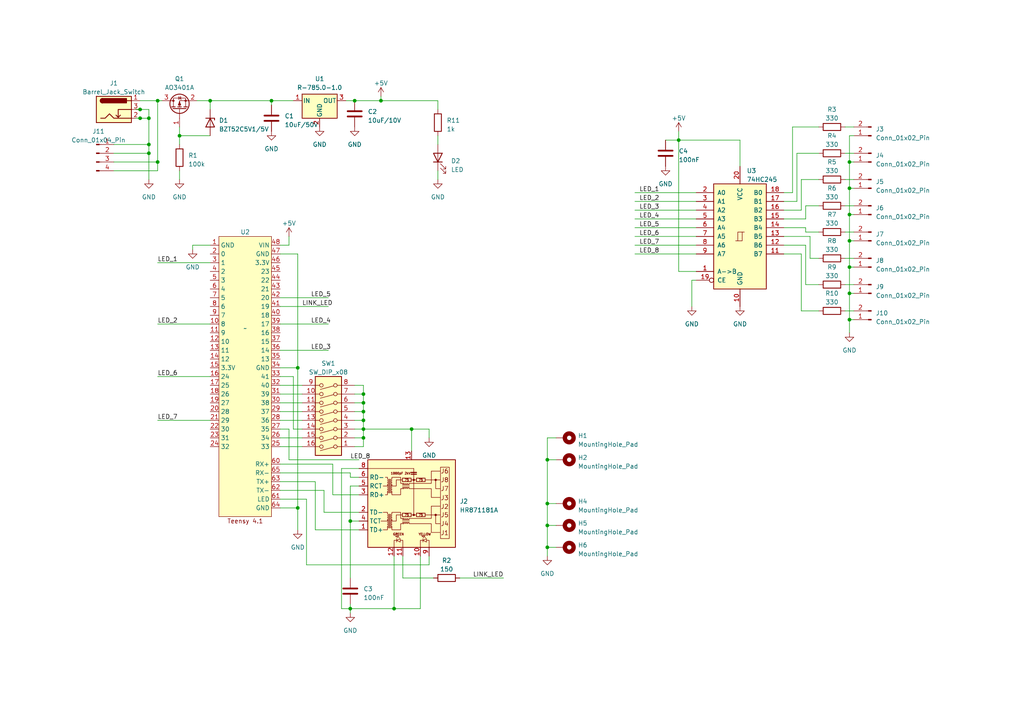
<source format=kicad_sch>
(kicad_sch (version 20230121) (generator eeschema)
  (paper "A4")
  (title_block (title "Artnet pixel led controller with Teensy4.1") (date "2023-04-05") (rev "0.0.1") (company "Ponoor Experiments inc."))
  (lib_symbols
    (symbol "74xx:74HC245" (pin_names (offset 1.016))
      (property "Reference" "U" (at -7.62 16.51 0))
      (property "Value" "74HC245" (at -7.62 -16.51 0))
      (symbol "74HC245_1_0"
        (pin input line (at -12.7 -10.16 0) (length 5.08) (name "A->B") (number "1"))
        (pin power_in line (at 0 -20.32 90) (length 5.08) (name "GND") (number "10"))
        (pin tri_state line (at 12.7 -5.08 180) (length 5.08) (name "B7") (number "11"))
        (pin tri_state line (at 12.7 -2.54 180) (length 5.08) (name "B6") (number "12"))
        (pin tri_state line (at 12.7 0 180) (length 5.08) (name "B5") (number "13"))
        (pin tri_state line (at 12.7 2.54 180) (length 5.08) (name "B4") (number "14"))
        (pin tri_state line (at 12.7 5.08 180) (length 5.08) (name "B3") (number "15"))
        (pin tri_state line (at 12.7 7.62 180) (length 5.08) (name "B2") (number "16"))
        (pin tri_state line (at 12.7 10.16 180) (length 5.08) (name "B1") (number "17"))
        (pin tri_state line (at 12.7 12.7 180) (length 5.08) (name "B0") (number "18"))
        (pin input inverted (at -12.7 -12.7 0) (length 5.08) (name "CE") (number "19"))
        (pin tri_state line (at -12.7 12.7 0) (length 5.08) (name "A0") (number "2"))
        (pin power_in line (at 0 20.32 270) (length 5.08) (name "VCC") (number "20"))
        (pin tri_state line (at -12.7 10.16 0) (length 5.08) (name "A1") (number "3"))
        (pin tri_state line (at -12.7 7.62 0) (length 5.08) (name "A2") (number "4"))
        (pin tri_state line (at -12.7 5.08 0) (length 5.08) (name "A3") (number "5"))
        (pin tri_state line (at -12.7 2.54 0) (length 5.08) (name "A4") (number "6"))
        (pin tri_state line (at -12.7 0 0) (length 5.08) (name "A5") (number "7"))
        (pin tri_state line (at -12.7 -2.54 0) (length 5.08) (name "A6") (number "8"))
        (pin tri_state line (at -12.7 -5.08 0) (length 5.08) (name "A7") (number "9"))
      )
    )
    (symbol "Connector:Barrel_Jack_Switch" (pin_names hide)
      (property "Reference" "J" (at 0 5.334 0))
      (property "Value" "Barrel_Jack_Switch" (at 0 -5.08 0))
      (symbol "Barrel_Jack_Switch_1_1"
        (pin passive line (at 7.62 2.54 180) (length 2.54) (name "~") (number "1"))
        (pin passive line (at 7.62 -2.54 180) (length 2.54) (name "~") (number "2"))
        (pin passive line (at 7.62 0 180) (length 2.54) (name "~") (number "3"))
      )
    )
    (symbol "Connector:Conn_01x02_Pin" (pin_names (offset 1.016) hide)
      (property "Reference" "J" (at 0 2.54 0))
      (property "Value" "Conn_01x02_Pin" (at 0 -5.08 0))
      (symbol "Conn_01x02_Pin_1_1"
        (pin passive line (at 5.08 0 180) (length 3.81) (name "Pin_1") (number "1"))
        (pin passive line (at 5.08 -2.54 180) (length 3.81) (name "Pin_2") (number "2"))
      )
    )
    (symbol "Connector:Conn_01x04_Pin" (pin_names (offset 1.016) hide)
      (property "Reference" "J" (at 0 5.08 0))
      (property "Value" "Conn_01x04_Pin" (at 0 -7.62 0))
      (symbol "Conn_01x04_Pin_1_1"
        (pin passive line (at 5.08 2.54 180) (length 3.81) (name "Pin_1") (number "1"))
        (pin passive line (at 5.08 0 180) (length 3.81) (name "Pin_2") (number "2"))
        (pin passive line (at 5.08 -2.54 180) (length 3.81) (name "Pin_3") (number "3"))
        (pin passive line (at 5.08 -5.08 180) (length 3.81) (name "Pin_4") (number "4"))
      )
    )
    (symbol "Device:C" (pin_numbers hide) (pin_names (offset 0.254))
      (property "Reference" "C" (at 0.635 2.54 0))
      (property "Value" "C" (at 0.635 -2.54 0))
      (symbol "C_1_1"
        (pin passive line (at 0 3.81 270) (length 2.794) (name "~") (number "1"))
        (pin passive line (at 0 -3.81 90) (length 2.794) (name "~") (number "2"))
      )
    )
    (symbol "Device:LED" (pin_numbers hide) (pin_names (offset 1.016) hide)
      (property "Reference" "D" (at 0 2.54 0))
      (property "Value" "LED" (at 0 -2.54 0))
      (symbol "LED_1_1"
        (pin passive line (at -3.81 0 0) (length 2.54) (name "K") (number "1"))
        (pin passive line (at 3.81 0 180) (length 2.54) (name "A") (number "2"))
      )
    )
    (symbol "Device:R" (pin_numbers hide) (pin_names (offset 0))
      (property "Reference" "R" (at 2.032 0 90))
      (property "Value" "R" (at 0 0 90))
      (symbol "R_1_1"
        (pin passive line (at 0 3.81 270) (length 1.27) (name "~") (number "1"))
        (pin passive line (at 0 -3.81 90) (length 1.27) (name "~") (number "2"))
      )
    )
    (symbol "Diode:BZT52Bxx" (pin_numbers hide) (pin_names hide)
      (property "Reference" "D" (at 0 2.54 0))
      (property "Value" "BZT52Bxx" (at 0 -2.54 0))
      (symbol "BZT52Bxx_1_1"
        (pin passive line (at -3.81 0 0) (length 2.54) (name "K") (number "1"))
        (pin passive line (at 3.81 0 180) (length 2.54) (name "A") (number "2"))
      )
    )
    (symbol "Local_Library:RJ45_HR871181A"
      (property "Reference" "J" (at 6.35 -13.97 0))
      (property "Value" "HR871181A" (at 0 0 0))
      (symbol "RJ45_HR871181A_0_0"
        (text "1000pF 2kV" (at 3.175 -8.763 0) (effects (font (size 0.635 0.635))))
        (text "75" (at -2.667 -6.858 0) (effects (font (size 0.635 0.635))))
        (text "75" (at -2.667 3.302 0) (effects (font (size 0.635 0.635))))
        (text "75" (at 1.397 -6.858 0) (effects (font (size 0.635 0.635))))
        (text "75" (at 1.397 3.302 0) (effects (font (size 0.635 0.635))))
        (text "GREEN" (at 3.81 8.89 0) (effects (font (size 0.635 0.635))))
        (text "J1" (at -10.795 8.509 0) (effects (font (size 1.27 1.27)) (justify left)))
        (text "J2" (at -10.795 0.889 0) (effects (font (size 1.27 1.27)) (justify left)))
        (text "J3" (at -10.795 -1.651 0) (effects (font (size 1.27 1.27)) (justify left)))
        (text "J4" (at -10.795 5.842 0) (effects (font (size 1.27 1.27)) (justify left)))
        (text "J5" (at -10.795 3.302 0) (effects (font (size 1.27 1.27)) (justify left)))
        (text "J6" (at -10.795 -9.398 0) (effects (font (size 1.27 1.27)) (justify left)))
        (text "J7" (at -10.795 -4.318 0) (effects (font (size 1.27 1.27)) (justify left)))
        (text "J8" (at -10.795 -6.858 0) (effects (font (size 1.27 1.27)) (justify left)))
        (text "YELLOW" (at -3.81 8.89 0) (effects (font (size 0.635 0.635))))
      )
      (symbol "RJ45_HR871181A_1_1"
        (pin passive line (at 15.24 7.62 180) (length 2.54) (name "TD+") (number "1"))
        (pin passive line (at -2.54 15.24 270) (length 2.54) (name "~") (number "10"))
        (pin passive line (at 2.54 15.24 270) (length 2.54) (name "~") (number "11"))
        (pin passive line (at 5.08 15.24 270) (length 2.54) (name "~") (number "12"))
        (pin passive line (at 0 -15.24 90) (length 2.54) (name "~") (number "13"))
        (pin passive line (at 15.24 2.54 180) (length 2.54) (name "TD-") (number "2"))
        (pin passive line (at 15.24 -2.54 180) (length 2.54) (name "RD+") (number "3"))
        (pin passive line (at 15.24 5.08 180) (length 2.54) (name "TCT") (number "4"))
        (pin passive line (at 15.24 -5.08 180) (length 2.54) (name "RCT") (number "5"))
        (pin passive line (at 15.24 -7.62 180) (length 2.54) (name "RD-") (number "6"))
        (pin passive line (at 15.24 -10.16 180) (length 2.54) (name "~") (number "8"))
        (pin passive line (at -5.08 15.24 270) (length 2.54) (name "~") (number "9"))
      )
    )
    (symbol "Local_Library:Teensy4.1_bothside+ETH"
      (property "Reference" "U" (at 0 39.37 0))
      (symbol "Teensy4.1_bothside+ETH_0_1"
        (text "Teensy 4.1" (at 0 -44.45 0) (effects (font (size 1.27 1.27))))
      )
      (symbol "Teensy4.1_bothside+ETH_1_1"
        (pin power_in line (at -10.16 35.56 0) (length 2.54) (name "GND") (number "1"))
        (pin bidirectional line (at -10.16 12.7 0) (length 2.54) (name "8") (number "10"))
        (pin bidirectional line (at -10.16 10.16 0) (length 2.54) (name "9") (number "11"))
        (pin bidirectional line (at -10.16 7.62 0) (length 2.54) (name "10") (number "12"))
        (pin bidirectional line (at -10.16 5.08 0) (length 2.54) (name "11") (number "13"))
        (pin bidirectional line (at -10.16 2.54 0) (length 2.54) (name "12") (number "14"))
        (pin power_in line (at -10.16 0 0) (length 2.54) (name "3.3V") (number "15"))
        (pin bidirectional line (at -10.16 -2.54 0) (length 2.54) (name "24") (number "16"))
        (pin bidirectional line (at -10.16 -5.08 0) (length 2.54) (name "25") (number "17"))
        (pin bidirectional line (at -10.16 -7.62 0) (length 2.54) (name "26") (number "18"))
        (pin bidirectional line (at -10.16 -10.16 0) (length 2.54) (name "27") (number "19"))
        (pin bidirectional line (at -10.16 33.02 0) (length 2.54) (name "0") (number "2"))
        (pin bidirectional line (at -10.16 -12.7 0) (length 2.54) (name "28") (number "20"))
        (pin bidirectional line (at -10.16 -15.24 0) (length 2.54) (name "29") (number "21"))
        (pin bidirectional line (at -10.16 -17.78 0) (length 2.54) (name "30") (number "22"))
        (pin bidirectional line (at -10.16 -20.32 0) (length 2.54) (name "31") (number "23"))
        (pin bidirectional line (at -10.16 -22.86 0) (length 2.54) (name "32") (number "24"))
        (pin bidirectional line (at 10.16 -22.86 180) (length 2.54) (name "33") (number "25"))
        (pin bidirectional line (at 10.16 -20.32 180) (length 2.54) (name "34") (number "26"))
        (pin bidirectional line (at 10.16 -17.78 180) (length 2.54) (name "35") (number "27"))
        (pin bidirectional line (at 10.16 -15.24 180) (length 2.54) (name "36") (number "28"))
        (pin bidirectional line (at 10.16 -12.7 180) (length 2.54) (name "37") (number "29"))
        (pin bidirectional line (at -10.16 30.48 0) (length 2.54) (name "1") (number "3"))
        (pin bidirectional line (at 10.16 -10.16 180) (length 2.54) (name "38") (number "30"))
        (pin bidirectional line (at 10.16 -7.62 180) (length 2.54) (name "39") (number "31"))
        (pin bidirectional line (at 10.16 -5.08 180) (length 2.54) (name "40") (number "32"))
        (pin bidirectional line (at 10.16 -2.54 180) (length 2.54) (name "41") (number "33"))
        (pin power_in line (at 10.16 0 180) (length 2.54) (name "GND") (number "34"))
        (pin bidirectional line (at 10.16 2.54 180) (length 2.54) (name "13") (number "35"))
        (pin bidirectional line (at 10.16 5.08 180) (length 2.54) (name "14") (number "36"))
        (pin bidirectional line (at 10.16 7.62 180) (length 2.54) (name "15") (number "37"))
        (pin bidirectional line (at 10.16 10.16 180) (length 2.54) (name "16") (number "38"))
        (pin bidirectional line (at 10.16 12.7 180) (length 2.54) (name "17") (number "39"))
        (pin bidirectional line (at -10.16 27.94 0) (length 2.54) (name "2") (number "4"))
        (pin bidirectional line (at 10.16 15.24 180) (length 2.54) (name "18") (number "40"))
        (pin bidirectional line (at 10.16 17.78 180) (length 2.54) (name "19") (number "41"))
        (pin bidirectional line (at 10.16 20.32 180) (length 2.54) (name "20") (number "42"))
        (pin bidirectional line (at 10.16 22.86 180) (length 2.54) (name "21") (number "43"))
        (pin bidirectional line (at 10.16 25.4 180) (length 2.54) (name "22") (number "44"))
        (pin bidirectional line (at 10.16 27.94 180) (length 2.54) (name "23") (number "45"))
        (pin power_out line (at 10.16 30.48 180) (length 2.54) (name "3.3V") (number "46"))
        (pin power_in line (at 10.16 33.02 180) (length 2.54) (name "GND") (number "47"))
        (pin power_in line (at 10.16 35.56 180) (length 2.54) (name "VIN") (number "48"))
        (pin bidirectional line (at -10.16 25.4 0) (length 2.54) (name "3") (number "5"))
        (pin bidirectional line (at -10.16 22.86 0) (length 2.54) (name "4") (number "6"))
        (pin input line (at 10.16 -27.94 180) (length 2.54) (name "RX+") (number "60"))
        (pin output line (at 10.16 -38.1 180) (length 2.54) (name "LED") (number "61"))
        (pin output line (at 10.16 -35.56 180) (length 2.54) (name "TX-") (number "62"))
        (pin output line (at 10.16 -33.02 180) (length 2.54) (name "TX+") (number "63"))
        (pin power_out line (at 10.16 -40.64 180) (length 2.54) (name "GND") (number "64"))
        (pin input line (at 10.16 -30.48 180) (length 2.54) (name "RX-") (number "65"))
        (pin bidirectional line (at -10.16 20.32 0) (length 2.54) (name "5") (number "7"))
        (pin bidirectional line (at -10.16 17.78 0) (length 2.54) (name "6") (number "8"))
        (pin bidirectional line (at -10.16 15.24 0) (length 2.54) (name "7") (number "9"))
      )
    )
    (symbol "Mechanical:MountingHole_Pad" (pin_numbers hide) (pin_names (offset 1.016) hide)
      (property "Reference" "H" (at 0 6.35 0))
      (property "Value" "MountingHole_Pad" (at 0 4.445 0))
      (symbol "MountingHole_Pad_1_1"
        (pin input line (at 0 -2.54 90) (length 2.54) (name "1") (number "1"))
      )
    )
    (symbol "Regulator_Switching:R-785.0-1.0" (pin_names (offset 0.254))
      (property "Reference" "U" (at -3.81 3.175 0))
      (property "Value" "R-785.0-1.0" (at 0 3.175 0))
      (symbol "R-785.0-1.0_1_1"
        (pin power_in line (at -7.62 0 0) (length 2.54) (name "IN") (number "1"))
        (pin power_in line (at 0 -7.62 90) (length 2.54) (name "GND") (number "2"))
        (pin power_out line (at 7.62 0 180) (length 2.54) (name "OUT") (number "3"))
      )
    )
    (symbol "Switch:SW_DIP_x08" (pin_names (offset 0) hide)
      (property "Reference" "SW" (at 0 13.97 0))
      (property "Value" "SW_DIP_x08" (at 0 -11.43 0))
      (symbol "SW_DIP_x08_1_1"
        (pin passive line (at -7.62 10.16 0) (length 5.08) (name "~") (number "1"))
        (pin passive line (at 7.62 -5.08 180) (length 5.08) (name "~") (number "10"))
        (pin passive line (at 7.62 -2.54 180) (length 5.08) (name "~") (number "11"))
        (pin passive line (at 7.62 0 180) (length 5.08) (name "~") (number "12"))
        (pin passive line (at 7.62 2.54 180) (length 5.08) (name "~") (number "13"))
        (pin passive line (at 7.62 5.08 180) (length 5.08) (name "~") (number "14"))
        (pin passive line (at 7.62 7.62 180) (length 5.08) (name "~") (number "15"))
        (pin passive line (at 7.62 10.16 180) (length 5.08) (name "~") (number "16"))
        (pin passive line (at -7.62 7.62 0) (length 5.08) (name "~") (number "2"))
        (pin passive line (at -7.62 5.08 0) (length 5.08) (name "~") (number "3"))
        (pin passive line (at -7.62 2.54 0) (length 5.08) (name "~") (number "4"))
        (pin passive line (at -7.62 0 0) (length 5.08) (name "~") (number "5"))
        (pin passive line (at -7.62 -2.54 0) (length 5.08) (name "~") (number "6"))
        (pin passive line (at -7.62 -5.08 0) (length 5.08) (name "~") (number "7"))
        (pin passive line (at -7.62 -7.62 0) (length 5.08) (name "~") (number "8"))
        (pin passive line (at 7.62 -7.62 180) (length 5.08) (name "~") (number "9"))
      )
    )
    (symbol "Transistor_FET:AO3401A" (pin_names hide)
      (property "Reference" "Q" (at 5.08 1.905 0))
      (property "Value" "AO3401A" (at 5.08 0 0))
      (symbol "AO3401A_1_1"
        (pin input line (at -5.08 0 0) (length 2.54) (name "G") (number "1"))
        (pin passive line (at 2.54 -5.08 90) (length 2.54) (name "S") (number "2"))
        (pin passive line (at 2.54 5.08 270) (length 2.54) (name "D") (number "3"))
      )
    )
    (symbol "power:+5V" (power) (pin_names (offset 0))
      (property "Value" "+5V" (at 0 3.556 0))
      (symbol "+5V_1_1"
        (pin power_in line (at 0 0 90) (length 0) hide (name "+5V") (number "1"))
      )
    )
    (symbol "power:GND" (power) (pin_names (offset 0))
      (property "Value" "GND" (at 0 -3.81 0))
      (symbol "GND_1_1"
        (pin power_in line (at 0 0 270) (length 0) hide (name "GND") (number "1"))
      )
    )
  )
  (junction (at 196.85 40.64))
  (junction (at 246.38 62.23))
  (junction (at 158.75 152.4))
  (junction (at 102.87 29.21))
  (junction (at 43.18 44.45))
  (junction (at 52.07 39.37))
  (junction (at 40.64 31.75))
  (junction (at 101.6 176.53))
  (junction (at 86.36 147.32))
  (junction (at 110.49 29.21))
  (junction (at 105.41 119.38))
  (junction (at 101.6 151.13))
  (junction (at 246.38 69.85))
  (junction (at 105.41 121.92))
  (junction (at 45.72 29.21))
  (junction (at 60.96 29.21))
  (junction (at 119.38 124.46))
  (junction (at 246.38 92.71))
  (junction (at 246.38 77.47))
  (junction (at 105.41 116.84))
  (junction (at 158.75 133.35))
  (junction (at 40.64 34.29))
  (junction (at 43.18 34.29))
  (junction (at 114.3 176.53))
  (junction (at 78.74 29.21))
  (junction (at 158.75 158.75))
  (junction (at 105.41 124.46))
  (junction (at 246.38 85.09))
  (junction (at 43.18 41.91))
  (junction (at 105.41 114.3))
  (junction (at 246.38 46.99))
  (junction (at 45.72 46.99))
  (junction (at 158.75 146.05))
  (junction (at 246.38 54.61))
  (junction (at 105.41 127))
  (junction (at 86.36 106.68))
  (wire (pts (xy 116.84 167.64) (xy 125.73 167.64)))
  (wire (pts (xy 229.87 55.88) (xy 229.87 36.83)))
  (wire (pts (xy 246.38 85.09) (xy 246.38 77.47)))
  (wire (pts (xy 231.14 44.45) (xy 237.49 44.45)))
  (wire (pts (xy 81.28 124.46) (xy 83.82 124.46)))
  (wire (pts (xy 158.75 133.35) (xy 158.75 146.05)))
  (wire (pts (xy 227.33 73.66) (xy 232.41 73.66)))
  (wire (pts (xy 81.28 101.6) (xy 95.25 101.6)))
  (wire (pts (xy 201.93 81.28) (xy 200.66 81.28)))
  (wire (pts (xy 101.6 151.13) (xy 104.14 151.13)))
  (wire (pts (xy 158.75 146.05) (xy 161.29 146.05)))
  (wire (pts (xy 105.41 114.3) (xy 105.41 116.84)))
  (wire (pts (xy 86.36 73.66) (xy 81.28 73.66)))
  (wire (pts (xy 101.6 151.13) (xy 101.6 167.64)))
  (wire (pts (xy 101.6 176.53) (xy 101.6 177.8)))
  (wire (pts (xy 246.38 69.85) (xy 246.38 62.23)))
  (wire (pts (xy 60.96 71.12) (xy 55.88 71.12)))
  (wire (pts (xy 158.75 152.4) (xy 161.29 152.4)))
  (wire (pts (xy 246.38 62.23) (xy 247.65 62.23)))
  (wire (pts (xy 96.52 143.51) (xy 96.52 134.62)))
  (wire (pts (xy 52.07 49.53) (xy 52.07 52.07)))
  (wire (pts (xy 105.41 127) (xy 105.41 129.54)))
  (wire (pts (xy 96.52 134.62) (xy 81.28 134.62)))
  (wire (pts (xy 99.06 176.53) (xy 101.6 176.53)))
  (wire (pts (xy 184.15 58.42) (xy 201.93 58.42)))
  (wire (pts (xy 104.14 143.51) (xy 96.52 143.51)))
  (wire (pts (xy 227.33 71.12) (xy 233.68 71.12)))
  (wire (pts (xy 158.75 158.75) (xy 158.75 161.29)))
  (wire (pts (xy 52.07 36.83) (xy 52.07 39.37)))
  (wire (pts (xy 101.6 138.43) (xy 101.6 137.16)))
  (wire (pts (xy 196.85 38.1) (xy 196.85 40.64)))
  (wire (pts (xy 233.68 66.04) (xy 233.68 67.31)))
  (wire (pts (xy 105.41 111.76) (xy 105.41 114.3)))
  (wire (pts (xy 184.15 63.5) (xy 201.93 63.5)))
  (wire (pts (xy 93.98 142.24) (xy 81.28 142.24)))
  (wire (pts (xy 87.63 124.46) (xy 85.09 124.46)))
  (wire (pts (xy 245.11 82.55) (xy 247.65 82.55)))
  (wire (pts (xy 104.14 153.67) (xy 91.44 153.67)))
  (wire (pts (xy 200.66 81.28) (xy 200.66 88.9)))
  (wire (pts (xy 105.41 121.92) (xy 105.41 124.46)))
  (wire (pts (xy 232.41 60.96) (xy 232.41 52.07)))
  (wire (pts (xy 110.49 27.94) (xy 110.49 29.21)))
  (wire (pts (xy 196.85 40.64) (xy 214.63 40.64)))
  (wire (pts (xy 88.9 163.83) (xy 88.9 144.78)))
  (wire (pts (xy 233.68 71.12) (xy 233.68 82.55)))
  (wire (pts (xy 127 29.21) (xy 127 31.75)))
  (wire (pts (xy 45.72 76.2) (xy 60.96 76.2)))
  (wire (pts (xy 86.36 106.68) (xy 86.36 73.66)))
  (wire (pts (xy 100.33 29.21) (xy 102.87 29.21)))
  (wire (pts (xy 114.3 176.53) (xy 101.6 176.53)))
  (wire (pts (xy 60.96 29.21) (xy 78.74 29.21)))
  (wire (pts (xy 161.29 127) (xy 158.75 127)))
  (wire (pts (xy 246.38 92.71) (xy 246.38 85.09)))
  (wire (pts (xy 245.11 52.07) (xy 247.65 52.07)))
  (wire (pts (xy 43.18 31.75) (xy 43.18 34.29)))
  (wire (pts (xy 87.63 119.38) (xy 81.28 119.38)))
  (wire (pts (xy 78.74 29.21) (xy 78.74 30.48)))
  (wire (pts (xy 245.11 67.31) (xy 247.65 67.31)))
  (wire (pts (xy 45.72 121.92) (xy 60.96 121.92)))
  (wire (pts (xy 158.75 127) (xy 158.75 133.35)))
  (wire (pts (xy 81.28 86.36) (xy 95.25 86.36)))
  (wire (pts (xy 193.04 40.64) (xy 196.85 40.64)))
  (wire (pts (xy 232.41 52.07) (xy 237.49 52.07)))
  (wire (pts (xy 233.68 63.5) (xy 233.68 59.69)))
  (wire (pts (xy 104.14 148.59) (xy 93.98 148.59)))
  (wire (pts (xy 101.6 175.26) (xy 101.6 176.53)))
  (wire (pts (xy 33.02 41.91) (xy 43.18 41.91)))
  (wire (pts (xy 110.49 29.21) (xy 127 29.21)))
  (wire (pts (xy 52.07 39.37) (xy 60.96 39.37)))
  (wire (pts (xy 83.82 71.12) (xy 83.82 68.58)))
  (wire (pts (xy 246.38 54.61) (xy 246.38 46.99)))
  (wire (pts (xy 40.64 31.75) (xy 43.18 31.75)))
  (wire (pts (xy 245.11 90.17) (xy 247.65 90.17)))
  (wire (pts (xy 227.33 55.88) (xy 229.87 55.88)))
  (wire (pts (xy 184.15 55.88) (xy 201.93 55.88)))
  (wire (pts (xy 127 49.53) (xy 127 52.07)))
  (wire (pts (xy 234.95 68.58) (xy 234.95 74.93)))
  (wire (pts (xy 55.88 71.12) (xy 55.88 72.39)))
  (wire (pts (xy 104.14 140.97) (xy 101.6 140.97)))
  (wire (pts (xy 233.68 59.69) (xy 237.49 59.69)))
  (wire (pts (xy 246.38 46.99) (xy 247.65 46.99)))
  (wire (pts (xy 121.92 161.29) (xy 121.92 176.53)))
  (wire (pts (xy 227.33 66.04) (xy 233.68 66.04)))
  (wire (pts (xy 39.37 34.29) (xy 40.64 34.29)))
  (wire (pts (xy 87.63 111.76) (xy 81.28 111.76)))
  (wire (pts (xy 86.36 147.32) (xy 86.36 106.68)))
  (wire (pts (xy 87.63 121.92) (xy 81.28 121.92)))
  (wire (pts (xy 184.15 66.04) (xy 201.93 66.04)))
  (wire (pts (xy 33.02 49.53) (xy 45.72 49.53)))
  (wire (pts (xy 52.07 39.37) (xy 52.07 41.91)))
  (wire (pts (xy 81.28 88.9) (xy 95.25 88.9)))
  (wire (pts (xy 81.28 106.68) (xy 86.36 106.68)))
  (wire (pts (xy 91.44 139.7) (xy 81.28 139.7)))
  (wire (pts (xy 214.63 48.26) (xy 214.63 40.64)))
  (wire (pts (xy 234.95 74.93) (xy 237.49 74.93)))
  (wire (pts (xy 184.15 68.58) (xy 201.93 68.58)))
  (wire (pts (xy 158.75 133.35) (xy 161.29 133.35)))
  (wire (pts (xy 246.38 62.23) (xy 246.38 54.61)))
  (wire (pts (xy 119.38 124.46) (xy 119.38 130.81)))
  (wire (pts (xy 60.96 29.21) (xy 60.96 31.75)))
  (wire (pts (xy 246.38 92.71) (xy 246.38 96.52)))
  (wire (pts (xy 85.09 109.22) (xy 81.28 109.22)))
  (wire (pts (xy 93.98 148.59) (xy 93.98 142.24)))
  (wire (pts (xy 124.46 161.29) (xy 124.46 163.83)))
  (wire (pts (xy 87.63 116.84) (xy 81.28 116.84)))
  (wire (pts (xy 43.18 44.45) (xy 43.18 52.07)))
  (wire (pts (xy 233.68 82.55) (xy 237.49 82.55)))
  (wire (pts (xy 91.44 153.67) (xy 91.44 139.7)))
  (wire (pts (xy 105.41 124.46) (xy 105.41 127)))
  (wire (pts (xy 45.72 29.21) (xy 46.99 29.21)))
  (wire (pts (xy 246.38 39.37) (xy 247.65 39.37)))
  (wire (pts (xy 227.33 63.5) (xy 233.68 63.5)))
  (wire (pts (xy 99.06 135.89) (xy 99.06 176.53)))
  (wire (pts (xy 102.87 121.92) (xy 105.41 121.92)))
  (wire (pts (xy 105.41 116.84) (xy 105.41 119.38)))
  (wire (pts (xy 45.72 46.99) (xy 45.72 29.21)))
  (wire (pts (xy 40.64 34.29) (xy 43.18 34.29)))
  (wire (pts (xy 105.41 129.54) (xy 102.87 129.54)))
  (wire (pts (xy 184.15 60.96) (xy 201.93 60.96)))
  (wire (pts (xy 83.82 124.46) (xy 83.82 133.35)))
  (wire (pts (xy 124.46 124.46) (xy 119.38 124.46)))
  (wire (pts (xy 246.38 46.99) (xy 246.38 39.37)))
  (wire (pts (xy 114.3 161.29) (xy 114.3 176.53)))
  (wire (pts (xy 246.38 69.85) (xy 247.65 69.85)))
  (wire (pts (xy 158.75 158.75) (xy 161.29 158.75)))
  (wire (pts (xy 43.18 41.91) (xy 43.18 44.45)))
  (wire (pts (xy 105.41 124.46) (xy 119.38 124.46)))
  (wire (pts (xy 88.9 144.78) (xy 81.28 144.78)))
  (wire (pts (xy 102.87 29.21) (xy 110.49 29.21)))
  (wire (pts (xy 102.87 119.38) (xy 105.41 119.38)))
  (wire (pts (xy 39.37 31.75) (xy 40.64 31.75)))
  (wire (pts (xy 43.18 34.29) (xy 43.18 41.91)))
  (wire (pts (xy 245.11 74.93) (xy 247.65 74.93)))
  (wire (pts (xy 124.46 127) (xy 124.46 124.46)))
  (wire (pts (xy 45.72 109.22) (xy 60.96 109.22)))
  (wire (pts (xy 201.93 78.74) (xy 196.85 78.74)))
  (wire (pts (xy 227.33 60.96) (xy 232.41 60.96)))
  (wire (pts (xy 133.35 167.64) (xy 146.05 167.64)))
  (wire (pts (xy 121.92 176.53) (xy 114.3 176.53)))
  (wire (pts (xy 116.84 161.29) (xy 116.84 167.64)))
  (wire (pts (xy 83.82 133.35) (xy 104.14 133.35)))
  (wire (pts (xy 86.36 153.67) (xy 86.36 147.32)))
  (wire (pts (xy 102.87 114.3) (xy 105.41 114.3)))
  (wire (pts (xy 78.74 29.21) (xy 85.09 29.21)))
  (wire (pts (xy 87.63 127) (xy 81.28 127)))
  (wire (pts (xy 87.63 129.54) (xy 81.28 129.54)))
  (wire (pts (xy 184.15 71.12) (xy 201.93 71.12)))
  (wire (pts (xy 229.87 36.83) (xy 237.49 36.83)))
  (wire (pts (xy 246.38 85.09) (xy 247.65 85.09)))
  (wire (pts (xy 196.85 78.74) (xy 196.85 40.64)))
  (wire (pts (xy 232.41 90.17) (xy 237.49 90.17)))
  (wire (pts (xy 246.38 54.61) (xy 247.65 54.61)))
  (wire (pts (xy 102.87 111.76) (xy 105.41 111.76)))
  (wire (pts (xy 81.28 147.32) (xy 86.36 147.32)))
  (wire (pts (xy 245.11 44.45) (xy 247.65 44.45)))
  (wire (pts (xy 227.33 68.58) (xy 234.95 68.58)))
  (wire (pts (xy 245.11 36.83) (xy 247.65 36.83)))
  (wire (pts (xy 245.11 59.69) (xy 247.65 59.69)))
  (wire (pts (xy 127 39.37) (xy 127 41.91)))
  (wire (pts (xy 246.38 77.47) (xy 246.38 69.85)))
  (wire (pts (xy 33.02 46.99) (xy 45.72 46.99)))
  (wire (pts (xy 246.38 77.47) (xy 247.65 77.47)))
  (wire (pts (xy 231.14 58.42) (xy 231.14 44.45)))
  (wire (pts (xy 232.41 73.66) (xy 232.41 90.17)))
  (wire (pts (xy 104.14 138.43) (xy 101.6 138.43)))
  (wire (pts (xy 45.72 49.53) (xy 45.72 46.99)))
  (wire (pts (xy 102.87 116.84) (xy 105.41 116.84)))
  (wire (pts (xy 233.68 67.31) (xy 237.49 67.31)))
  (wire (pts (xy 158.75 146.05) (xy 158.75 152.4)))
  (wire (pts (xy 45.72 93.98) (xy 60.96 93.98)))
  (wire (pts (xy 81.28 71.12) (xy 83.82 71.12)))
  (wire (pts (xy 101.6 137.16) (xy 81.28 137.16)))
  (wire (pts (xy 158.75 152.4) (xy 158.75 158.75)))
  (wire (pts (xy 124.46 163.83) (xy 88.9 163.83)))
  (wire (pts (xy 102.87 124.46) (xy 105.41 124.46)))
  (wire (pts (xy 33.02 44.45) (xy 43.18 44.45)))
  (wire (pts (xy 184.15 73.66) (xy 201.93 73.66)))
  (wire (pts (xy 81.28 93.98) (xy 95.25 93.98)))
  (wire (pts (xy 40.64 29.21) (xy 45.72 29.21)))
  (wire (pts (xy 104.14 135.89) (xy 99.06 135.89)))
  (wire (pts (xy 227.33 58.42) (xy 231.14 58.42)))
  (wire (pts (xy 247.65 92.71) (xy 246.38 92.71)))
  (wire (pts (xy 102.87 127) (xy 105.41 127)))
  (wire (pts (xy 85.09 124.46) (xy 85.09 109.22)))
  (wire (pts (xy 101.6 140.97) (xy 101.6 151.13)))
  (wire (pts (xy 105.41 119.38) (xy 105.41 121.92)))
  (wire (pts (xy 57.15 29.21) (xy 60.96 29.21)))
  (wire (pts (xy 87.63 114.3) (xy 81.28 114.3)))
  (label "LED_1" (at 45.72 76.2 0))
  (label "LED_8" (at 101.6 133.35 0))
  (label "LED_2" (at 185.42 58.42 0))
  (label "LED_3" (at 90.17 101.6 0))
  (label "LED_5" (at 185.42 66.04 0))
  (label "LINK_LED" (at 87.63 88.9 0))
  (label "LED_2" (at 45.72 93.98 0))
  (label "LED_4" (at 185.42 63.5 0))
  (label "LED_4" (at 90.17 93.98 0))
  (label "LED_7" (at 45.72 121.92 0))
  (label "LED_6" (at 45.72 109.22 0))
  (label "LED_1" (at 185.42 55.88 0))
  (label "LED_3" (at 185.42 60.96 0))
  (label "LINK_LED" (at 137.16 167.64 0))
  (label "LED_7" (at 185.42 71.12 0))
  (label "LED_5" (at 90.17 86.36 0))
  (label "LED_6" (at 185.42 68.58 0))
  (label "LED_8" (at 185.42 73.66 0))
  (symbol (lib_id "Mechanical:MountingHole_Pad") (at 163.83 158.75 270) (unit 1)
    (property "Reference" "H6" (at 167.64 158.115 90) (effects (justify left)))
    (property "Value" "MountingHole_Pad" (at 167.64 160.655 90) (effects (justify left)))
    (property "Footprint" "MountingHole:MountingHole_3.2mm_M3_Pad" (effects hide))
  )
  (symbol (lib_id "Device:R") (at 241.3 44.45 90) (unit 1)
    (property "Reference" "R4" (at 241.3 39.37 90))
    (property "Value" "330" (at 241.3 41.91 90))
    (property "Footprint" "Resistor_SMD:R_0603_1608Metric" (effects hide))
  )
  (symbol (lib_id "Diode:BZT52Bxx") (at 60.96 35.56 270) (unit 1)
    (property "Reference" "D1" (at 63.5 34.925 90) (effects (justify left)))
    (property "Value" "BZT52C5V1/5V" (at 63.5 37.465 90) (effects (justify left)))
    (property "Footprint" "Diode_SMD:D_SOD-123F" (effects hide))
    (property "Datasheet" "https://diotec.com/tl_files/diotec/files/pdf/datasheets/bzt52b2v4.pdf" (effects hide))
  )
  (symbol (lib_id "power:GND") (at 158.75 161.29 0) (mirror y) (unit 1)
    (property "Reference" "#PWR019" (effects hide))
    (property "Value" "GND" (at 158.75 166.37 0))
  )
  (symbol (lib_id "power:GND") (at 246.38 96.52 0) (mirror y) (unit 1)
    (property "Reference" "#PWR016" (effects hide))
    (property "Value" "GND" (at 246.38 101.6 0))
  )
  (symbol (lib_id "Device:R") (at 241.3 67.31 90) (unit 1)
    (property "Reference" "R7" (at 241.3 62.23 90))
    (property "Value" "330" (at 241.3 64.77 90))
    (property "Footprint" "Resistor_SMD:R_0603_1608Metric" (effects hide))
  )
  (symbol (lib_id "Connector:Barrel_Jack_Switch") (at 33.02 31.75 0) (unit 1)
    (property "Reference" "J1" (at 33.02 24.13 0))
    (property "Value" "Barrel_Jack_Switch" (at 33.02 26.67 0))
    (property "Footprint" "Connector_BarrelJack:BarrelJack_GCT_DCJ200-10-A_Horizontal" (effects hide))
  )
  (symbol (lib_id "Connector:Conn_01x02_Pin") (at 252.73 85.09 180) (unit 1)
    (property "Reference" "J9" (at 254 83.185 0) (effects (justify right)))
    (property "Value" "Conn_01x02_Pin" (at 254 85.725 0) (effects (justify right)))
    (property "Footprint" "Connector_Phoenix_MC:PhoenixContact_MC_1,5_2-G-3.81_1x02_P3.81mm_Horizontal" (effects hide))
  )
  (symbol (lib_id "power:GND") (at 92.71 36.83 0) (mirror y) (unit 1)
    (property "Reference" "#PWR05" (effects hide))
    (property "Value" "GND" (at 92.71 41.91 0))
  )
  (symbol (lib_id "Mechanical:MountingHole_Pad") (at 163.83 127 270) (unit 1)
    (property "Reference" "H1" (at 167.64 126.365 90) (effects (justify left)))
    (property "Value" "MountingHole_Pad" (at 167.64 128.905 90) (effects (justify left)))
    (property "Footprint" "MountingHole:MountingHole_3.2mm_M3_Pad" (effects hide))
  )
  (symbol (lib_id "Connector:Conn_01x04_Pin") (at 27.94 44.45 0) (unit 1)
    (property "Reference" "J11" (at 28.575 38.1 0))
    (property "Value" "Conn_01x04_Pin" (at 28.575 40.64 0))
    (property "Footprint" "Connector_Phoenix_MC:PhoenixContact_MC_1,5_4-G-3.81_1x04_P3.81mm_Horizontal" (effects hide))
  )
  (symbol (lib_id "Device:R") (at 241.3 90.17 90) (unit 1)
    (property "Reference" "R10" (at 241.3 85.09 90))
    (property "Value" "330" (at 241.3 87.63 90))
    (property "Footprint" "Resistor_SMD:R_0603_1608Metric" (effects hide))
  )
  (symbol (lib_id "Mechanical:MountingHole_Pad") (at 163.83 133.35 270) (unit 1)
    (property "Reference" "H2" (at 167.64 132.715 90) (effects (justify left)))
    (property "Value" "MountingHole_Pad" (at 167.64 135.255 90) (effects (justify left)))
    (property "Footprint" "MountingHole:MountingHole_3.2mm_M3_Pad" (effects hide))
  )
  (symbol (lib_id "Device:R") (at 241.3 36.83 90) (unit 1)
    (property "Reference" "R3" (at 241.3 31.75 90))
    (property "Value" "330" (at 241.3 34.29 90))
    (property "Footprint" "Resistor_SMD:R_0603_1608Metric" (effects hide))
  )
  (symbol (lib_id "power:GND") (at 52.07 52.07 0) (mirror y) (unit 1)
    (property "Reference" "#PWR01" (effects hide))
    (property "Value" "GND" (at 52.07 57.15 0))
  )
  (symbol (lib_id "power:GND") (at 102.87 36.83 0) (mirror y) (unit 1)
    (property "Reference" "#PWR04" (effects hide))
    (property "Value" "GND" (at 102.87 41.91 0))
  )
  (symbol (lib_id "Connector:Conn_01x02_Pin") (at 252.73 77.47 180) (unit 1)
    (property "Reference" "J8" (at 254 75.565 0) (effects (justify right)))
    (property "Value" "Conn_01x02_Pin" (at 254 78.105 0) (effects (justify right)))
    (property "Footprint" "Connector_Phoenix_MC:PhoenixContact_MC_1,5_2-G-3.81_1x02_P3.81mm_Horizontal" (effects hide))
  )
  (symbol (lib_id "Mechanical:MountingHole_Pad") (at 163.83 146.05 270) (unit 1)
    (property "Reference" "H4" (at 167.64 145.415 90) (effects (justify left)))
    (property "Value" "MountingHole_Pad" (at 167.64 147.955 90) (effects (justify left)))
    (property "Footprint" "MountingHole:MountingHole_3.2mm_M3_Pad" (effects hide))
  )
  (symbol (lib_id "power:GND") (at 127 52.07 0) (mirror y) (unit 1)
    (property "Reference" "#PWR018" (effects hide))
    (property "Value" "GND" (at 127 57.15 0))
  )
  (symbol (lib_id "power:GND") (at 193.04 48.26 0) (mirror y) (unit 1)
    (property "Reference" "#PWR014" (effects hide))
    (property "Value" "GND" (at 193.04 53.34 0))
  )
  (symbol (lib_id "Switch:SW_DIP_x08") (at 95.25 119.38 180) (unit 1)
    (property "Reference" "SW1" (at 95.25 105.41 0))
    (property "Value" "SW_DIP_x08" (at 95.25 107.95 0))
    (property "Footprint" "Button_Switch_THT:SW_DIP_SPSTx08_Piano_10.8x21.88mm_W7.62mm_P2.54mm" (effects hide))
  )
  (symbol (lib_id "power:GND") (at 214.63 88.9 0) (mirror y) (unit 1)
    (property "Reference" "#PWR015" (effects hide))
    (property "Value" "GND" (at 214.63 93.98 0))
  )
  (symbol (lib_id "power:+5V") (at 83.82 68.58 0) (unit 1)
    (property "Reference" "#PWR07" (effects hide))
    (property "Value" "+5V" (at 83.82 64.77 0))
  )
  (symbol (lib_id "Device:R") (at 127 35.56 0) (unit 1)
    (property "Reference" "R11" (at 129.54 34.925 0) (effects (justify left)))
    (property "Value" "1k" (at 129.54 37.465 0) (effects (justify left)))
    (property "Footprint" "Resistor_SMD:R_0603_1608Metric" (effects hide))
  )
  (symbol (lib_id "Device:R") (at 129.54 167.64 90) (unit 1)
    (property "Reference" "R2" (at 129.54 162.56 90))
    (property "Value" "150" (at 129.54 165.1 90))
    (property "Footprint" "Resistor_SMD:R_0603_1608Metric" (effects hide))
  )
  (symbol (lib_id "Local_Library:RJ45_HR871181A") (at 119.38 146.05 180) (unit 1)
    (property "Reference" "J2" (at 133.35 145.415 0) (effects (justify right)))
    (property "Value" "HR871181A" (at 133.35 147.955 0) (effects (justify right)))
    (property "Footprint" "Local_Library:HR871181A" (effects hide))
  )
  (symbol (lib_id "Connector:Conn_01x02_Pin") (at 252.73 62.23 180) (unit 1)
    (property "Reference" "J6" (at 254 60.325 0) (effects (justify right)))
    (property "Value" "Conn_01x02_Pin" (at 254 62.865 0) (effects (justify right)))
    (property "Footprint" "Connector_Phoenix_MC:PhoenixContact_MC_1,5_2-G-3.81_1x02_P3.81mm_Horizontal" (effects hide))
  )
  (symbol (lib_id "power:+5V") (at 196.85 38.1 0) (unit 1)
    (property "Reference" "#PWR013" (effects hide))
    (property "Value" "+5V" (at 196.85 34.29 0))
  )
  (symbol (lib_id "power:+5V") (at 110.49 27.94 0) (unit 1)
    (property "Reference" "#PWR06" (effects hide))
    (property "Value" "+5V" (at 110.49 24.13 0))
  )
  (symbol (lib_id "Device:LED") (at 127 45.72 90) (unit 1)
    (property "Reference" "D2" (at 130.81 46.6725 90) (effects (justify right)))
    (property "Value" "LED" (at 130.81 49.2125 90) (effects (justify right)))
    (property "Footprint" "LED_SMD:LED_0603_1608Metric" (effects hide))
  )
  (symbol (lib_id "Mechanical:MountingHole_Pad") (at 163.83 152.4 270) (unit 1)
    (property "Reference" "H5" (at 167.64 151.765 90) (effects (justify left)))
    (property "Value" "MountingHole_Pad" (at 167.64 154.305 90) (effects (justify left)))
    (property "Footprint" "MountingHole:MountingHole_3.2mm_M3_Pad" (effects hide))
  )
  (symbol (lib_id "Device:C") (at 78.74 34.29 0) (unit 1)
    (property "Reference" "C1" (at 82.55 33.655 0) (effects (justify left)))
    (property "Value" "10uF/50V" (at 82.55 36.195 0) (effects (justify left)))
    (property "Footprint" "Capacitor_SMD:C_1206_3216Metric" (effects hide))
  )
  (symbol (lib_id "Local_Library:Teensy4.1_bothside+ETH") (at 71.12 106.68 0) (unit 1)
    (property "Reference" "U2" (at 71.12 67.31 0))
    (property "Value" "~" (at 71.12 95.25 0))
    (property "Footprint" "Local_Library:Teensy41_bothside+ETH" (effects hide))
  )
  (symbol (lib_id "power:GND") (at 55.88 72.39 0) (mirror y) (unit 1)
    (property "Reference" "#PWR010" (effects hide))
    (property "Value" "GND" (at 55.88 77.47 0))
  )
  (symbol (lib_id "Connector:Conn_01x02_Pin") (at 252.73 39.37 180) (unit 1)
    (property "Reference" "J3" (at 254 37.465 0) (effects (justify right)))
    (property "Value" "Conn_01x02_Pin" (at 254 40.005 0) (effects (justify right)))
    (property "Footprint" "Connector_Phoenix_MC:PhoenixContact_MC_1,5_2-G-3.81_1x02_P3.81mm_Horizontal" (effects hide))
  )
  (symbol (lib_id "Regulator_Switching:R-785.0-1.0") (at 92.71 29.21 0) (unit 1)
    (property "Reference" "U1" (at 92.71 22.86 0))
    (property "Value" "R-785.0-1.0" (at 92.71 25.4 0))
    (property "Footprint" "Converter_DCDC:Converter_DCDC_RECOM_R-78E-0.5_THT" (effects hide))
    (property "Datasheet" "https://www.recom-power.com/pdf/Innoline/R-78xx-1.0.pdf" (effects hide))
  )
  (symbol (lib_id "Device:R") (at 52.07 45.72 0) (unit 1)
    (property "Reference" "R1" (at 54.61 45.085 0) (effects (justify left)))
    (property "Value" "100k" (at 54.61 47.625 0) (effects (justify left)))
    (property "Footprint" "Resistor_SMD:R_0603_1608Metric" (effects hide))
  )
  (symbol (lib_id "Transistor_FET:AO3401A") (at 52.07 31.75 90) (unit 1)
    (property "Reference" "Q1" (at 52.07 22.86 90))
    (property "Value" "AO3401A" (at 52.07 25.4 90))
    (property "Footprint" "Package_TO_SOT_SMD:SOT-23" (effects hide))
    (property "Datasheet" "http://www.aosmd.com/pdfs/datasheet/AO3401A.pdf" (effects hide))
  )
  (symbol (lib_id "Device:R") (at 241.3 59.69 90) (unit 1)
    (property "Reference" "R6" (at 241.3 54.61 90))
    (property "Value" "330" (at 241.3 57.15 90))
    (property "Footprint" "Resistor_SMD:R_0603_1608Metric" (effects hide))
  )
  (symbol (lib_id "Device:R") (at 241.3 82.55 90) (unit 1)
    (property "Reference" "R9" (at 241.3 77.47 90))
    (property "Value" "330" (at 241.3 80.01 90))
    (property "Footprint" "Resistor_SMD:R_0603_1608Metric" (effects hide))
  )
  (symbol (lib_id "Device:C") (at 102.87 33.02 0) (unit 1)
    (property "Reference" "C2" (at 106.68 32.385 0) (effects (justify left)))
    (property "Value" "10uF/10V" (at 106.68 34.925 0) (effects (justify left)))
    (property "Footprint" "Capacitor_SMD:C_0805_2012Metric" (effects hide))
  )
  (symbol (lib_id "power:GND") (at 124.46 127 0) (mirror y) (unit 1)
    (property "Reference" "#PWR020" (effects hide))
    (property "Value" "GND" (at 124.46 132.08 0))
  )
  (symbol (lib_id "Connector:Conn_01x02_Pin") (at 252.73 46.99 180) (unit 1)
    (property "Reference" "J4" (at 254 45.085 0) (effects (justify right)))
    (property "Value" "Conn_01x02_Pin" (at 254 47.625 0) (effects (justify right)))
    (property "Footprint" "Connector_Phoenix_MC:PhoenixContact_MC_1,5_2-G-3.81_1x02_P3.81mm_Horizontal" (effects hide))
  )
  (symbol (lib_id "74xx:74HC245") (at 214.63 68.58 0) (unit 1)
    (property "Reference" "U3" (at 216.5859 49.53 0) (effects (justify left)))
    (property "Value" "74HC245" (at 216.5859 52.07 0) (effects (justify left)))
    (property "Footprint" "Package_SO:TSSOP-20_4.4x6.5mm_P0.65mm" (effects hide))
    (property "Datasheet" "http://www.ti.com/lit/gpn/sn74HC245" (effects hide))
  )
  (symbol (lib_id "power:GND") (at 200.66 88.9 0) (mirror y) (unit 1)
    (property "Reference" "#PWR017" (effects hide))
    (property "Value" "GND" (at 200.66 93.98 0))
  )
  (symbol (lib_id "Device:R") (at 241.3 52.07 90) (unit 1)
    (property "Reference" "R5" (at 241.3 46.99 90))
    (property "Value" "330" (at 241.3 49.53 90))
    (property "Footprint" "Resistor_SMD:R_0603_1608Metric" (effects hide))
  )
  (symbol (lib_id "power:GND") (at 43.18 52.07 0) (mirror y) (unit 1)
    (property "Reference" "#PWR02" (effects hide))
    (property "Value" "GND" (at 43.18 57.15 0))
  )
  (symbol (lib_id "Connector:Conn_01x02_Pin") (at 252.73 92.71 180) (unit 1)
    (property "Reference" "J10" (at 254 90.805 0) (effects (justify right)))
    (property "Value" "Conn_01x02_Pin" (at 254 93.345 0) (effects (justify right)))
    (property "Footprint" "Connector_Phoenix_MC:PhoenixContact_MC_1,5_2-G-3.81_1x02_P3.81mm_Horizontal" (effects hide))
  )
  (symbol (lib_id "Device:C") (at 101.6 171.45 0) (unit 1)
    (property "Reference" "C3" (at 105.41 170.815 0) (effects (justify left)))
    (property "Value" "100nF" (at 105.41 173.355 0) (effects (justify left)))
    (property "Footprint" "Capacitor_SMD:C_0603_1608Metric" (effects hide))
  )
  (symbol (lib_id "Connector:Conn_01x02_Pin") (at 252.73 54.61 180) (unit 1)
    (property "Reference" "J5" (at 254 52.705 0) (effects (justify right)))
    (property "Value" "Conn_01x02_Pin" (at 254 55.245 0) (effects (justify right)))
    (property "Footprint" "Connector_Phoenix_MC:PhoenixContact_MC_1,5_2-G-3.81_1x02_P3.81mm_Horizontal" (effects hide))
  )
  (symbol (lib_id "power:GND") (at 86.36 153.67 0) (mirror y) (unit 1)
    (property "Reference" "#PWR08" (effects hide))
    (property "Value" "GND" (at 86.36 158.75 0))
  )
  (symbol (lib_id "Connector:Conn_01x02_Pin") (at 252.73 69.85 180) (unit 1)
    (property "Reference" "J7" (at 254 67.945 0) (effects (justify right)))
    (property "Value" "Conn_01x02_Pin" (at 254 70.485 0) (effects (justify right)))
    (property "Footprint" "Connector_Phoenix_MC:PhoenixContact_MC_1,5_2-G-3.81_1x02_P3.81mm_Horizontal" (effects hide))
  )
  (symbol (lib_id "power:GND") (at 78.74 38.1 0) (mirror y) (unit 1)
    (property "Reference" "#PWR03" (effects hide))
    (property "Value" "GND" (at 78.74 43.18 0))
  )
  (symbol (lib_id "Device:C") (at 193.04 44.45 0) (unit 1)
    (property "Reference" "C4" (at 196.85 43.815 0) (effects (justify left)))
    (property "Value" "100nF" (at 196.85 46.355 0) (effects (justify left)))
    (property "Footprint" "Capacitor_SMD:C_0603_1608Metric" (effects hide))
  )
  (symbol (lib_id "Device:R") (at 241.3 74.93 90) (unit 1)
    (property "Reference" "R8" (at 241.3 69.85 90))
    (property "Value" "330" (at 241.3 72.39 90))
    (property "Footprint" "Resistor_SMD:R_0603_1608Metric" (effects hide))
  )
  (symbol (lib_id "power:GND") (at 101.6 177.8 0) (mirror y) (unit 1)
    (property "Reference" "#PWR012" (effects hide))
    (property "Value" "GND" (at 101.6 182.88 0))
  )
)
</source>
